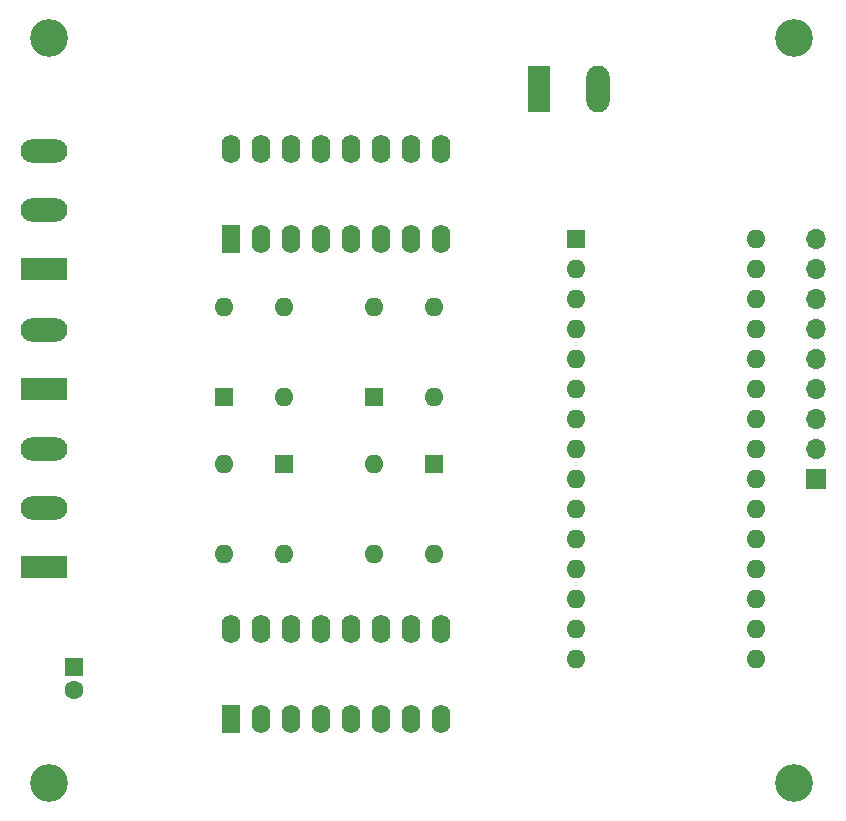
<source format=gbr>
G04 #@! TF.GenerationSoftware,KiCad,Pcbnew,5.1.5+dfsg1-2build2*
G04 #@! TF.CreationDate,2022-06-06T13:39:04+02:00*
G04 #@! TF.ProjectId,Toro_Stepper_Differential,546f726f-5f53-4746-9570-7065725f4469,rev?*
G04 #@! TF.SameCoordinates,Original*
G04 #@! TF.FileFunction,Soldermask,Top*
G04 #@! TF.FilePolarity,Negative*
%FSLAX46Y46*%
G04 Gerber Fmt 4.6, Leading zero omitted, Abs format (unit mm)*
G04 Created by KiCad (PCBNEW 5.1.5+dfsg1-2build2) date 2022-06-06 13:39:04*
%MOMM*%
%LPD*%
G04 APERTURE LIST*
%ADD10C,3.200000*%
%ADD11O,1.700000X1.700000*%
%ADD12R,1.700000X1.700000*%
%ADD13C,1.600000*%
%ADD14R,1.600000X1.600000*%
%ADD15O,1.600000X1.600000*%
%ADD16R,3.960000X1.980000*%
%ADD17O,3.960000X1.980000*%
%ADD18O,1.980000X3.960000*%
%ADD19R,1.980000X3.960000*%
%ADD20R,1.600000X2.400000*%
%ADD21O,1.600000X2.400000*%
G04 APERTURE END LIST*
D10*
X64000000Y-77000000D03*
X64000000Y-140000000D03*
X127000000Y-140000000D03*
X127000000Y-77000000D03*
D11*
X128905000Y-93980000D03*
X128905000Y-96520000D03*
X128905000Y-99060000D03*
X128905000Y-101600000D03*
X128905000Y-104140000D03*
X128905000Y-106680000D03*
X128905000Y-109220000D03*
X128905000Y-111760000D03*
D12*
X128905000Y-114300000D03*
D13*
X66040000Y-132175000D03*
D14*
X66040000Y-130175000D03*
D15*
X83820000Y-120650000D03*
X78740000Y-113030000D03*
X78740000Y-120650000D03*
D14*
X83820000Y-113030000D03*
D15*
X78740000Y-99695000D03*
X83820000Y-107315000D03*
X83820000Y-99695000D03*
D14*
X78740000Y-107315000D03*
D15*
X91440000Y-99695000D03*
X96520000Y-107315000D03*
X96520000Y-99695000D03*
D14*
X91440000Y-107315000D03*
D15*
X96520000Y-120650000D03*
X91440000Y-113030000D03*
X91440000Y-120650000D03*
D14*
X96520000Y-113030000D03*
X108585000Y-93980000D03*
D15*
X123825000Y-127000000D03*
X108585000Y-96520000D03*
X123825000Y-124460000D03*
X108585000Y-99060000D03*
X123825000Y-121920000D03*
X108585000Y-101600000D03*
X123825000Y-119380000D03*
X108585000Y-104140000D03*
X123825000Y-116840000D03*
X108585000Y-106680000D03*
X123825000Y-114300000D03*
X108585000Y-109220000D03*
X123825000Y-111760000D03*
X108585000Y-111760000D03*
X123825000Y-109220000D03*
X108585000Y-114300000D03*
X123825000Y-106680000D03*
X108585000Y-116840000D03*
X123825000Y-104140000D03*
X108585000Y-119380000D03*
X123825000Y-101600000D03*
X108585000Y-121920000D03*
X123825000Y-99060000D03*
X108585000Y-124460000D03*
X123825000Y-96520000D03*
X108585000Y-127000000D03*
X123825000Y-93980000D03*
X108585000Y-129540000D03*
X123825000Y-129540000D03*
D16*
X63500000Y-96520000D03*
D17*
X63500000Y-91520000D03*
X63500000Y-86520000D03*
D16*
X63500000Y-106680000D03*
D17*
X63500000Y-101680000D03*
X63500000Y-111760000D03*
X63500000Y-116760000D03*
D16*
X63500000Y-121760000D03*
D18*
X110410000Y-81280000D03*
D19*
X105410000Y-81280000D03*
D20*
X79375000Y-93980000D03*
D21*
X97155000Y-86360000D03*
X81915000Y-93980000D03*
X94615000Y-86360000D03*
X84455000Y-93980000D03*
X92075000Y-86360000D03*
X86995000Y-93980000D03*
X89535000Y-86360000D03*
X89535000Y-93980000D03*
X86995000Y-86360000D03*
X92075000Y-93980000D03*
X84455000Y-86360000D03*
X94615000Y-93980000D03*
X81915000Y-86360000D03*
X97155000Y-93980000D03*
X79375000Y-86360000D03*
X79375000Y-127000000D03*
X97155000Y-134620000D03*
X81915000Y-127000000D03*
X94615000Y-134620000D03*
X84455000Y-127000000D03*
X92075000Y-134620000D03*
X86995000Y-127000000D03*
X89535000Y-134620000D03*
X89535000Y-127000000D03*
X86995000Y-134620000D03*
X92075000Y-127000000D03*
X84455000Y-134620000D03*
X94615000Y-127000000D03*
X81915000Y-134620000D03*
X97155000Y-127000000D03*
D20*
X79375000Y-134620000D03*
M02*

</source>
